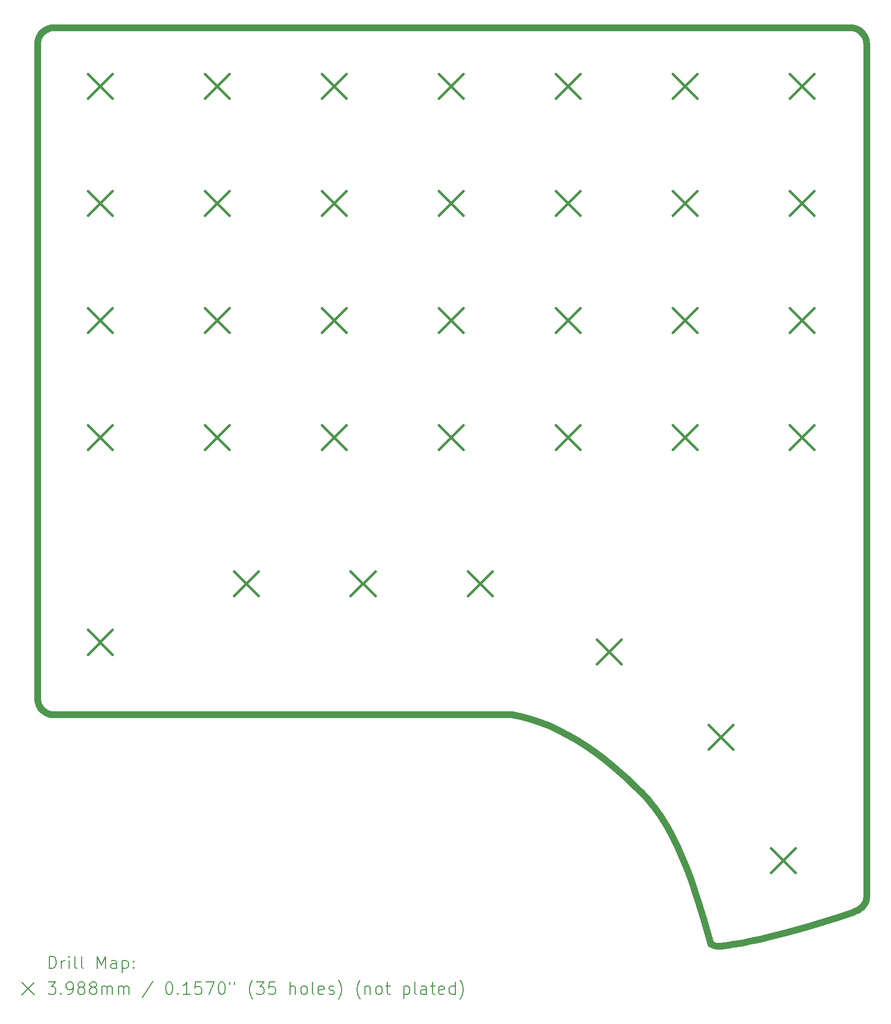
<source format=gbr>
%TF.GenerationSoftware,KiCad,Pcbnew,7.0.1*%
%TF.CreationDate,2023-04-06T15:28:31+10:00*%
%TF.ProjectId,genesys,67656e65-7379-4732-9e6b-696361645f70,rev?*%
%TF.SameCoordinates,Original*%
%TF.FileFunction,Drillmap*%
%TF.FilePolarity,Positive*%
%FSLAX45Y45*%
G04 Gerber Fmt 4.5, Leading zero omitted, Abs format (unit mm)*
G04 Created by KiCad (PCBNEW 7.0.1) date 2023-04-06 15:28:31*
%MOMM*%
%LPD*%
G01*
G04 APERTURE LIST*
%ADD10C,1.085540*%
%ADD11C,0.200000*%
%ADD12C,0.398780*%
G04 APERTURE END LIST*
D10*
X3187916Y-2146084D02*
X3187917Y-2146084D01*
X3174140Y-2146430D02*
X3187916Y-2146084D01*
X3160550Y-2147457D02*
X3174140Y-2146430D01*
X3147161Y-2149149D02*
X3160550Y-2147457D01*
X3133992Y-2151488D02*
X3147161Y-2149149D01*
X3121057Y-2154459D02*
X3133992Y-2151488D01*
X3108373Y-2158045D02*
X3121057Y-2154459D01*
X3095958Y-2162229D02*
X3108373Y-2158045D01*
X3083827Y-2166995D02*
X3095958Y-2162229D01*
X3071997Y-2172327D02*
X3083827Y-2166995D01*
X3060485Y-2178207D02*
X3071997Y-2172327D01*
X3049307Y-2184620D02*
X3060485Y-2178207D01*
X3038479Y-2191549D02*
X3049307Y-2184620D01*
X3028019Y-2198976D02*
X3038479Y-2191549D01*
X3017942Y-2206887D02*
X3028019Y-2198976D01*
X3008266Y-2215264D02*
X3017942Y-2206887D01*
X2999006Y-2224090D02*
X3008266Y-2215264D01*
X2990180Y-2233350D02*
X2999006Y-2224090D01*
X2981803Y-2243027D02*
X2990180Y-2233350D01*
X2973892Y-2253103D02*
X2981803Y-2243027D01*
X2966464Y-2263564D02*
X2973892Y-2253103D01*
X2959536Y-2274391D02*
X2966464Y-2263564D01*
X2953123Y-2285569D02*
X2959536Y-2274391D01*
X2947243Y-2297081D02*
X2953123Y-2285569D01*
X2941911Y-2308911D02*
X2947243Y-2297081D01*
X2937145Y-2321042D02*
X2941911Y-2308911D01*
X2932961Y-2333457D02*
X2937145Y-2321042D01*
X2929375Y-2346141D02*
X2932961Y-2333457D01*
X2926404Y-2359076D02*
X2929375Y-2346141D01*
X2924065Y-2372246D02*
X2926404Y-2359076D01*
X2922373Y-2385634D02*
X2924065Y-2372246D01*
X2921346Y-2399224D02*
X2922373Y-2385634D01*
X2921000Y-2413000D02*
X2921346Y-2399224D01*
X2921000Y-13060855D02*
X2921000Y-2413000D01*
X2921346Y-13074630D02*
X2921000Y-13060855D01*
X2922373Y-13088221D02*
X2921346Y-13074630D01*
X2924065Y-13101609D02*
X2922373Y-13088221D01*
X2926404Y-13114779D02*
X2924065Y-13101609D01*
X2929375Y-13127714D02*
X2926404Y-13114779D01*
X2932961Y-13140397D02*
X2929375Y-13127714D01*
X2937145Y-13152812D02*
X2932961Y-13140397D01*
X2941911Y-13164943D02*
X2937145Y-13152812D01*
X2947243Y-13176773D02*
X2941911Y-13164943D01*
X2953123Y-13188285D02*
X2947243Y-13176773D01*
X2959536Y-13199463D02*
X2953123Y-13188285D01*
X2966464Y-13210291D02*
X2959536Y-13199463D01*
X2973892Y-13220751D02*
X2966464Y-13210291D01*
X2981803Y-13230828D02*
X2973892Y-13220751D01*
X2990180Y-13240504D02*
X2981803Y-13230828D01*
X2999006Y-13249764D02*
X2990180Y-13240504D01*
X3008266Y-13258591D02*
X2999006Y-13249764D01*
X3017942Y-13266968D02*
X3008266Y-13258591D01*
X3028019Y-13274878D02*
X3017942Y-13266968D01*
X3038479Y-13282306D02*
X3028019Y-13274878D01*
X3049307Y-13289235D02*
X3038479Y-13282306D01*
X3060485Y-13295647D02*
X3049307Y-13289235D01*
X3071997Y-13301528D02*
X3060485Y-13295647D01*
X3083827Y-13306859D02*
X3071997Y-13301528D01*
X3095958Y-13311625D02*
X3083827Y-13306859D01*
X3108373Y-13315810D02*
X3095958Y-13311625D01*
X3121057Y-13319396D02*
X3108373Y-13315810D01*
X3133992Y-13322367D02*
X3121057Y-13319396D01*
X3147161Y-13324706D02*
X3133992Y-13322367D01*
X3160550Y-13326398D02*
X3147161Y-13324706D01*
X3174140Y-13327425D02*
X3160550Y-13326398D01*
X3187916Y-13327771D02*
X3174140Y-13327425D01*
X10644424Y-13327771D02*
X3187916Y-13327771D01*
X10722921Y-13341660D02*
X10644424Y-13327771D01*
X10801261Y-13358366D02*
X10722921Y-13341660D01*
X10957298Y-13399857D02*
X10801261Y-13358366D01*
X11112194Y-13451509D02*
X10957298Y-13399857D01*
X11265609Y-13512588D02*
X11112194Y-13451509D01*
X11417202Y-13582359D02*
X11265609Y-13512588D01*
X11566631Y-13660090D02*
X11417202Y-13582359D01*
X11713557Y-13745044D02*
X11566631Y-13660090D01*
X11857639Y-13836489D02*
X11713557Y-13745044D01*
X11998536Y-13933691D02*
X11857639Y-13836489D01*
X12135906Y-14035913D02*
X11998536Y-13933691D01*
X12269410Y-14142424D02*
X12135906Y-14035913D01*
X12398707Y-14252488D02*
X12269410Y-14142424D01*
X12523456Y-14365371D02*
X12398707Y-14252488D01*
X12643316Y-14480339D02*
X12523456Y-14365371D01*
X12757946Y-14596658D02*
X12643316Y-14480339D01*
X12867006Y-14713594D02*
X12757946Y-14596658D01*
X12921191Y-14776194D02*
X12867006Y-14713594D01*
X12973928Y-14842746D02*
X12921191Y-14776194D01*
X13075060Y-14986401D02*
X12973928Y-14842746D01*
X13170409Y-15141945D02*
X13075060Y-14986401D01*
X13259979Y-15306762D02*
X13170409Y-15141945D01*
X13343778Y-15478239D02*
X13259979Y-15306762D01*
X13421810Y-15653759D02*
X13343778Y-15478239D01*
X13494082Y-15830710D02*
X13421810Y-15653759D01*
X13560599Y-16006476D02*
X13494082Y-15830710D01*
X13676392Y-16343996D02*
X13560599Y-16006476D01*
X13769235Y-16645400D02*
X13676392Y-16343996D01*
X13886256Y-17056199D02*
X13769235Y-16645400D01*
X13896427Y-17062486D02*
X13886256Y-17056199D01*
X13906841Y-17068068D02*
X13896427Y-17062486D01*
X13917487Y-17072976D02*
X13906841Y-17068068D01*
X13928353Y-17077240D02*
X13917487Y-17072976D01*
X13939425Y-17080890D02*
X13928353Y-17077240D01*
X13950693Y-17083955D02*
X13939425Y-17080890D01*
X13973763Y-17088451D02*
X13950693Y-17083955D01*
X13997465Y-17090966D02*
X13973763Y-17088451D01*
X14021700Y-17091740D02*
X13997465Y-17090966D01*
X14046370Y-17091011D02*
X14021700Y-17091740D01*
X14071376Y-17089018D02*
X14046370Y-17091011D01*
X14096619Y-17085999D02*
X14071376Y-17089018D01*
X14122001Y-17082193D02*
X14096619Y-17085999D01*
X14172788Y-17073175D02*
X14122001Y-17082193D01*
X14222949Y-17063874D02*
X14172788Y-17073175D01*
X14247548Y-17059714D02*
X14222949Y-17063874D01*
X14271695Y-17056199D02*
X14247548Y-17059714D01*
X14398992Y-17036760D02*
X14271695Y-17056199D01*
X14537554Y-17010645D02*
X14398992Y-17036760D01*
X14684695Y-16978948D02*
X14537554Y-17010645D01*
X14837727Y-16942765D02*
X14684695Y-16978948D01*
X15150710Y-16861312D02*
X14837727Y-16942765D01*
X15455004Y-16775041D02*
X15150710Y-16861312D01*
X15729105Y-16692704D02*
X15455004Y-16775041D01*
X15951513Y-16623054D02*
X15729105Y-16692704D01*
X16155241Y-16556831D02*
X15951513Y-16623054D01*
X16181315Y-16547627D02*
X16155241Y-16556831D01*
X16206914Y-16537783D02*
X16181315Y-16547627D01*
X16231872Y-16527224D02*
X16206914Y-16537783D01*
X16256022Y-16515872D02*
X16231872Y-16527224D01*
X16279197Y-16503651D02*
X16256022Y-16515872D01*
X16301231Y-16490484D02*
X16279197Y-16503651D01*
X16321958Y-16476294D02*
X16301231Y-16490484D01*
X16331779Y-16468791D02*
X16321958Y-16476294D01*
X16341210Y-16461005D02*
X16331779Y-16468791D01*
X16350231Y-16452924D02*
X16341210Y-16461005D01*
X16358821Y-16444539D02*
X16350231Y-16452924D01*
X16366960Y-16435842D02*
X16358821Y-16444539D01*
X16374625Y-16426822D02*
X16366960Y-16435842D01*
X16381797Y-16417469D02*
X16374625Y-16426822D01*
X16388455Y-16407775D02*
X16381797Y-16417469D01*
X16394577Y-16397729D02*
X16388455Y-16407775D01*
X16400143Y-16387321D02*
X16394577Y-16397729D01*
X16405133Y-16376544D02*
X16400143Y-16387321D01*
X16409524Y-16365386D02*
X16405133Y-16376544D01*
X16413298Y-16353838D02*
X16409524Y-16365386D01*
X16416432Y-16341890D02*
X16413298Y-16353838D01*
X16418905Y-16329534D02*
X16416432Y-16341890D01*
X16420698Y-16316759D02*
X16418905Y-16329534D01*
X16421789Y-16303556D02*
X16420698Y-16316759D01*
X16422157Y-16289915D02*
X16421789Y-16303556D01*
X16422157Y-2413000D02*
X16422157Y-16289915D01*
X16421811Y-2399224D02*
X16422157Y-2413000D01*
X16420784Y-2385634D02*
X16421811Y-2399224D01*
X16419093Y-2372245D02*
X16420784Y-2385634D01*
X16416753Y-2359076D02*
X16419093Y-2372245D01*
X16413782Y-2346141D02*
X16416753Y-2359076D01*
X16410197Y-2333457D02*
X16413782Y-2346141D01*
X16406012Y-2321042D02*
X16410197Y-2333457D01*
X16401246Y-2308911D02*
X16406012Y-2321042D01*
X16395915Y-2297081D02*
X16401246Y-2308911D01*
X16390034Y-2285569D02*
X16395915Y-2297081D01*
X16383622Y-2274391D02*
X16390034Y-2285569D01*
X16376693Y-2263564D02*
X16383622Y-2274391D01*
X16369265Y-2253103D02*
X16376693Y-2263564D01*
X16361355Y-2243027D02*
X16369265Y-2253103D01*
X16352978Y-2233350D02*
X16361355Y-2243027D01*
X16344151Y-2224090D02*
X16352978Y-2233350D01*
X16334891Y-2215264D02*
X16344151Y-2224090D01*
X16325215Y-2206887D02*
X16334891Y-2215264D01*
X16315138Y-2198976D02*
X16325215Y-2206887D01*
X16304678Y-2191548D02*
X16315138Y-2198976D01*
X16293850Y-2184620D02*
X16304678Y-2191548D01*
X16282672Y-2178207D02*
X16293850Y-2184620D01*
X16271160Y-2172327D02*
X16282672Y-2178207D01*
X16259330Y-2166995D02*
X16271160Y-2172327D01*
X16247199Y-2162229D02*
X16259330Y-2166995D01*
X16234784Y-2158045D02*
X16247199Y-2162229D01*
X16222101Y-2154459D02*
X16234784Y-2158045D01*
X16209166Y-2151488D02*
X16222101Y-2154459D01*
X16195996Y-2149149D02*
X16209166Y-2151488D01*
X16182608Y-2147457D02*
X16195996Y-2149149D01*
X16169017Y-2146430D02*
X16182608Y-2147457D01*
X16155241Y-2146084D02*
X16169017Y-2146430D01*
X3187917Y-2146084D02*
X16155241Y-2146084D01*
D11*
D12*
X3742610Y-2899110D02*
X4141390Y-3297890D01*
X4141390Y-2899110D02*
X3742610Y-3297890D01*
X3742610Y-4804110D02*
X4141390Y-5202890D01*
X4141390Y-4804110D02*
X3742610Y-5202890D01*
X3742610Y-6709110D02*
X4141390Y-7107890D01*
X4141390Y-6709110D02*
X3742610Y-7107890D01*
X3742610Y-8614110D02*
X4141390Y-9012890D01*
X4141390Y-8614110D02*
X3742610Y-9012890D01*
X3742610Y-11947860D02*
X4141390Y-12346640D01*
X4141390Y-11947860D02*
X3742610Y-12346640D01*
X5647610Y-2899110D02*
X6046390Y-3297890D01*
X6046390Y-2899110D02*
X5647610Y-3297890D01*
X5647610Y-4804110D02*
X6046390Y-5202890D01*
X6046390Y-4804110D02*
X5647610Y-5202890D01*
X5647610Y-6709110D02*
X6046390Y-7107890D01*
X6046390Y-6709110D02*
X5647610Y-7107890D01*
X5647610Y-8614110D02*
X6046390Y-9012890D01*
X6046390Y-8614110D02*
X5647610Y-9012890D01*
X6123860Y-10995360D02*
X6522640Y-11394140D01*
X6522640Y-10995360D02*
X6123860Y-11394140D01*
X7552610Y-2899110D02*
X7951390Y-3297890D01*
X7951390Y-2899110D02*
X7552610Y-3297890D01*
X7552610Y-4804110D02*
X7951390Y-5202890D01*
X7951390Y-4804110D02*
X7552610Y-5202890D01*
X7552610Y-6709110D02*
X7951390Y-7107890D01*
X7951390Y-6709110D02*
X7552610Y-7107890D01*
X7552610Y-8614110D02*
X7951390Y-9012890D01*
X7951390Y-8614110D02*
X7552610Y-9012890D01*
X8021110Y-10995360D02*
X8419890Y-11394140D01*
X8419890Y-10995360D02*
X8021110Y-11394140D01*
X9457610Y-2899110D02*
X9856390Y-3297890D01*
X9856390Y-2899110D02*
X9457610Y-3297890D01*
X9457610Y-4804110D02*
X9856390Y-5202890D01*
X9856390Y-4804110D02*
X9457610Y-5202890D01*
X9457610Y-6709110D02*
X9856390Y-7107890D01*
X9856390Y-6709110D02*
X9457610Y-7107890D01*
X9457610Y-8614110D02*
X9856390Y-9012890D01*
X9856390Y-8614110D02*
X9457610Y-9012890D01*
X9933860Y-10995360D02*
X10332640Y-11394140D01*
X10332640Y-10995360D02*
X9933860Y-11394140D01*
X11362610Y-2899110D02*
X11761390Y-3297890D01*
X11761390Y-2899110D02*
X11362610Y-3297890D01*
X11362610Y-4804110D02*
X11761390Y-5202890D01*
X11761390Y-4804110D02*
X11362610Y-5202890D01*
X11362610Y-6709110D02*
X11761390Y-7107890D01*
X11761390Y-6709110D02*
X11362610Y-7107890D01*
X11362610Y-8614110D02*
X11761390Y-9012890D01*
X11761390Y-8614110D02*
X11362610Y-9012890D01*
X12027133Y-12106132D02*
X12425913Y-12504912D01*
X12425913Y-12106132D02*
X12027133Y-12504912D01*
X13267610Y-2899110D02*
X13666390Y-3297890D01*
X13666390Y-2899110D02*
X13267610Y-3297890D01*
X13267610Y-4804110D02*
X13666390Y-5202890D01*
X13666390Y-4804110D02*
X13267610Y-5202890D01*
X13267610Y-6709110D02*
X13666390Y-7107890D01*
X13666390Y-6709110D02*
X13267610Y-7107890D01*
X13267610Y-8614110D02*
X13666390Y-9012890D01*
X13666390Y-8614110D02*
X13267610Y-9012890D01*
X13847133Y-13489515D02*
X14245913Y-13888295D01*
X14245913Y-13489515D02*
X13847133Y-13888295D01*
X14867133Y-15496132D02*
X15265913Y-15894912D01*
X15265913Y-15496132D02*
X14867133Y-15894912D01*
X15172610Y-2899110D02*
X15571390Y-3297890D01*
X15571390Y-2899110D02*
X15172610Y-3297890D01*
X15172610Y-4804110D02*
X15571390Y-5202890D01*
X15571390Y-4804110D02*
X15172610Y-5202890D01*
X15172610Y-6709110D02*
X15571390Y-7107890D01*
X15571390Y-6709110D02*
X15172610Y-7107890D01*
X15172610Y-8614110D02*
X15571390Y-9012890D01*
X15571390Y-8614110D02*
X15172610Y-9012890D01*
D11*
X3114342Y-17458541D02*
X3114342Y-17258541D01*
X3114342Y-17258541D02*
X3161961Y-17258541D01*
X3161961Y-17258541D02*
X3190532Y-17268065D01*
X3190532Y-17268065D02*
X3209580Y-17287112D01*
X3209580Y-17287112D02*
X3219104Y-17306160D01*
X3219104Y-17306160D02*
X3228628Y-17344255D01*
X3228628Y-17344255D02*
X3228628Y-17372826D01*
X3228628Y-17372826D02*
X3219104Y-17410922D01*
X3219104Y-17410922D02*
X3209580Y-17429969D01*
X3209580Y-17429969D02*
X3190532Y-17449017D01*
X3190532Y-17449017D02*
X3161961Y-17458541D01*
X3161961Y-17458541D02*
X3114342Y-17458541D01*
X3314342Y-17458541D02*
X3314342Y-17325207D01*
X3314342Y-17363303D02*
X3323866Y-17344255D01*
X3323866Y-17344255D02*
X3333390Y-17334731D01*
X3333390Y-17334731D02*
X3352437Y-17325207D01*
X3352437Y-17325207D02*
X3371485Y-17325207D01*
X3438151Y-17458541D02*
X3438151Y-17325207D01*
X3438151Y-17258541D02*
X3428628Y-17268065D01*
X3428628Y-17268065D02*
X3438151Y-17277588D01*
X3438151Y-17277588D02*
X3447675Y-17268065D01*
X3447675Y-17268065D02*
X3438151Y-17258541D01*
X3438151Y-17258541D02*
X3438151Y-17277588D01*
X3561961Y-17458541D02*
X3542913Y-17449017D01*
X3542913Y-17449017D02*
X3533390Y-17429969D01*
X3533390Y-17429969D02*
X3533390Y-17258541D01*
X3666723Y-17458541D02*
X3647675Y-17449017D01*
X3647675Y-17449017D02*
X3638151Y-17429969D01*
X3638151Y-17429969D02*
X3638151Y-17258541D01*
X3895294Y-17458541D02*
X3895294Y-17258541D01*
X3895294Y-17258541D02*
X3961961Y-17401398D01*
X3961961Y-17401398D02*
X4028628Y-17258541D01*
X4028628Y-17258541D02*
X4028628Y-17458541D01*
X4209580Y-17458541D02*
X4209580Y-17353779D01*
X4209580Y-17353779D02*
X4200056Y-17334731D01*
X4200056Y-17334731D02*
X4181009Y-17325207D01*
X4181009Y-17325207D02*
X4142913Y-17325207D01*
X4142913Y-17325207D02*
X4123866Y-17334731D01*
X4209580Y-17449017D02*
X4190532Y-17458541D01*
X4190532Y-17458541D02*
X4142913Y-17458541D01*
X4142913Y-17458541D02*
X4123866Y-17449017D01*
X4123866Y-17449017D02*
X4114342Y-17429969D01*
X4114342Y-17429969D02*
X4114342Y-17410922D01*
X4114342Y-17410922D02*
X4123866Y-17391874D01*
X4123866Y-17391874D02*
X4142913Y-17382350D01*
X4142913Y-17382350D02*
X4190532Y-17382350D01*
X4190532Y-17382350D02*
X4209580Y-17372826D01*
X4304818Y-17325207D02*
X4304818Y-17525207D01*
X4304818Y-17334731D02*
X4323866Y-17325207D01*
X4323866Y-17325207D02*
X4361961Y-17325207D01*
X4361961Y-17325207D02*
X4381009Y-17334731D01*
X4381009Y-17334731D02*
X4390533Y-17344255D01*
X4390533Y-17344255D02*
X4400056Y-17363303D01*
X4400056Y-17363303D02*
X4400056Y-17420445D01*
X4400056Y-17420445D02*
X4390533Y-17439493D01*
X4390533Y-17439493D02*
X4381009Y-17449017D01*
X4381009Y-17449017D02*
X4361961Y-17458541D01*
X4361961Y-17458541D02*
X4323866Y-17458541D01*
X4323866Y-17458541D02*
X4304818Y-17449017D01*
X4485771Y-17439493D02*
X4495294Y-17449017D01*
X4495294Y-17449017D02*
X4485771Y-17458541D01*
X4485771Y-17458541D02*
X4476247Y-17449017D01*
X4476247Y-17449017D02*
X4485771Y-17439493D01*
X4485771Y-17439493D02*
X4485771Y-17458541D01*
X4485771Y-17334731D02*
X4495294Y-17344255D01*
X4495294Y-17344255D02*
X4485771Y-17353779D01*
X4485771Y-17353779D02*
X4476247Y-17344255D01*
X4476247Y-17344255D02*
X4485771Y-17334731D01*
X4485771Y-17334731D02*
X4485771Y-17353779D01*
X2666723Y-17686017D02*
X2866723Y-17886017D01*
X2866723Y-17686017D02*
X2666723Y-17886017D01*
X3095294Y-17678541D02*
X3219104Y-17678541D01*
X3219104Y-17678541D02*
X3152437Y-17754731D01*
X3152437Y-17754731D02*
X3181009Y-17754731D01*
X3181009Y-17754731D02*
X3200056Y-17764255D01*
X3200056Y-17764255D02*
X3209580Y-17773779D01*
X3209580Y-17773779D02*
X3219104Y-17792826D01*
X3219104Y-17792826D02*
X3219104Y-17840445D01*
X3219104Y-17840445D02*
X3209580Y-17859493D01*
X3209580Y-17859493D02*
X3200056Y-17869017D01*
X3200056Y-17869017D02*
X3181009Y-17878541D01*
X3181009Y-17878541D02*
X3123866Y-17878541D01*
X3123866Y-17878541D02*
X3104818Y-17869017D01*
X3104818Y-17869017D02*
X3095294Y-17859493D01*
X3304818Y-17859493D02*
X3314342Y-17869017D01*
X3314342Y-17869017D02*
X3304818Y-17878541D01*
X3304818Y-17878541D02*
X3295294Y-17869017D01*
X3295294Y-17869017D02*
X3304818Y-17859493D01*
X3304818Y-17859493D02*
X3304818Y-17878541D01*
X3409580Y-17878541D02*
X3447675Y-17878541D01*
X3447675Y-17878541D02*
X3466723Y-17869017D01*
X3466723Y-17869017D02*
X3476247Y-17859493D01*
X3476247Y-17859493D02*
X3495294Y-17830922D01*
X3495294Y-17830922D02*
X3504818Y-17792826D01*
X3504818Y-17792826D02*
X3504818Y-17716636D01*
X3504818Y-17716636D02*
X3495294Y-17697588D01*
X3495294Y-17697588D02*
X3485771Y-17688065D01*
X3485771Y-17688065D02*
X3466723Y-17678541D01*
X3466723Y-17678541D02*
X3428628Y-17678541D01*
X3428628Y-17678541D02*
X3409580Y-17688065D01*
X3409580Y-17688065D02*
X3400056Y-17697588D01*
X3400056Y-17697588D02*
X3390532Y-17716636D01*
X3390532Y-17716636D02*
X3390532Y-17764255D01*
X3390532Y-17764255D02*
X3400056Y-17783303D01*
X3400056Y-17783303D02*
X3409580Y-17792826D01*
X3409580Y-17792826D02*
X3428628Y-17802350D01*
X3428628Y-17802350D02*
X3466723Y-17802350D01*
X3466723Y-17802350D02*
X3485771Y-17792826D01*
X3485771Y-17792826D02*
X3495294Y-17783303D01*
X3495294Y-17783303D02*
X3504818Y-17764255D01*
X3619104Y-17764255D02*
X3600056Y-17754731D01*
X3600056Y-17754731D02*
X3590532Y-17745207D01*
X3590532Y-17745207D02*
X3581009Y-17726160D01*
X3581009Y-17726160D02*
X3581009Y-17716636D01*
X3581009Y-17716636D02*
X3590532Y-17697588D01*
X3590532Y-17697588D02*
X3600056Y-17688065D01*
X3600056Y-17688065D02*
X3619104Y-17678541D01*
X3619104Y-17678541D02*
X3657199Y-17678541D01*
X3657199Y-17678541D02*
X3676247Y-17688065D01*
X3676247Y-17688065D02*
X3685771Y-17697588D01*
X3685771Y-17697588D02*
X3695294Y-17716636D01*
X3695294Y-17716636D02*
X3695294Y-17726160D01*
X3695294Y-17726160D02*
X3685771Y-17745207D01*
X3685771Y-17745207D02*
X3676247Y-17754731D01*
X3676247Y-17754731D02*
X3657199Y-17764255D01*
X3657199Y-17764255D02*
X3619104Y-17764255D01*
X3619104Y-17764255D02*
X3600056Y-17773779D01*
X3600056Y-17773779D02*
X3590532Y-17783303D01*
X3590532Y-17783303D02*
X3581009Y-17802350D01*
X3581009Y-17802350D02*
X3581009Y-17840445D01*
X3581009Y-17840445D02*
X3590532Y-17859493D01*
X3590532Y-17859493D02*
X3600056Y-17869017D01*
X3600056Y-17869017D02*
X3619104Y-17878541D01*
X3619104Y-17878541D02*
X3657199Y-17878541D01*
X3657199Y-17878541D02*
X3676247Y-17869017D01*
X3676247Y-17869017D02*
X3685771Y-17859493D01*
X3685771Y-17859493D02*
X3695294Y-17840445D01*
X3695294Y-17840445D02*
X3695294Y-17802350D01*
X3695294Y-17802350D02*
X3685771Y-17783303D01*
X3685771Y-17783303D02*
X3676247Y-17773779D01*
X3676247Y-17773779D02*
X3657199Y-17764255D01*
X3809580Y-17764255D02*
X3790532Y-17754731D01*
X3790532Y-17754731D02*
X3781009Y-17745207D01*
X3781009Y-17745207D02*
X3771485Y-17726160D01*
X3771485Y-17726160D02*
X3771485Y-17716636D01*
X3771485Y-17716636D02*
X3781009Y-17697588D01*
X3781009Y-17697588D02*
X3790532Y-17688065D01*
X3790532Y-17688065D02*
X3809580Y-17678541D01*
X3809580Y-17678541D02*
X3847675Y-17678541D01*
X3847675Y-17678541D02*
X3866723Y-17688065D01*
X3866723Y-17688065D02*
X3876247Y-17697588D01*
X3876247Y-17697588D02*
X3885771Y-17716636D01*
X3885771Y-17716636D02*
X3885771Y-17726160D01*
X3885771Y-17726160D02*
X3876247Y-17745207D01*
X3876247Y-17745207D02*
X3866723Y-17754731D01*
X3866723Y-17754731D02*
X3847675Y-17764255D01*
X3847675Y-17764255D02*
X3809580Y-17764255D01*
X3809580Y-17764255D02*
X3790532Y-17773779D01*
X3790532Y-17773779D02*
X3781009Y-17783303D01*
X3781009Y-17783303D02*
X3771485Y-17802350D01*
X3771485Y-17802350D02*
X3771485Y-17840445D01*
X3771485Y-17840445D02*
X3781009Y-17859493D01*
X3781009Y-17859493D02*
X3790532Y-17869017D01*
X3790532Y-17869017D02*
X3809580Y-17878541D01*
X3809580Y-17878541D02*
X3847675Y-17878541D01*
X3847675Y-17878541D02*
X3866723Y-17869017D01*
X3866723Y-17869017D02*
X3876247Y-17859493D01*
X3876247Y-17859493D02*
X3885771Y-17840445D01*
X3885771Y-17840445D02*
X3885771Y-17802350D01*
X3885771Y-17802350D02*
X3876247Y-17783303D01*
X3876247Y-17783303D02*
X3866723Y-17773779D01*
X3866723Y-17773779D02*
X3847675Y-17764255D01*
X3971485Y-17878541D02*
X3971485Y-17745207D01*
X3971485Y-17764255D02*
X3981009Y-17754731D01*
X3981009Y-17754731D02*
X4000056Y-17745207D01*
X4000056Y-17745207D02*
X4028628Y-17745207D01*
X4028628Y-17745207D02*
X4047675Y-17754731D01*
X4047675Y-17754731D02*
X4057199Y-17773779D01*
X4057199Y-17773779D02*
X4057199Y-17878541D01*
X4057199Y-17773779D02*
X4066723Y-17754731D01*
X4066723Y-17754731D02*
X4085771Y-17745207D01*
X4085771Y-17745207D02*
X4114342Y-17745207D01*
X4114342Y-17745207D02*
X4133390Y-17754731D01*
X4133390Y-17754731D02*
X4142913Y-17773779D01*
X4142913Y-17773779D02*
X4142913Y-17878541D01*
X4238152Y-17878541D02*
X4238152Y-17745207D01*
X4238152Y-17764255D02*
X4247675Y-17754731D01*
X4247675Y-17754731D02*
X4266723Y-17745207D01*
X4266723Y-17745207D02*
X4295295Y-17745207D01*
X4295295Y-17745207D02*
X4314342Y-17754731D01*
X4314342Y-17754731D02*
X4323866Y-17773779D01*
X4323866Y-17773779D02*
X4323866Y-17878541D01*
X4323866Y-17773779D02*
X4333390Y-17754731D01*
X4333390Y-17754731D02*
X4352437Y-17745207D01*
X4352437Y-17745207D02*
X4381009Y-17745207D01*
X4381009Y-17745207D02*
X4400056Y-17754731D01*
X4400056Y-17754731D02*
X4409580Y-17773779D01*
X4409580Y-17773779D02*
X4409580Y-17878541D01*
X4800056Y-17669017D02*
X4628628Y-17926160D01*
X5057199Y-17678541D02*
X5076247Y-17678541D01*
X5076247Y-17678541D02*
X5095295Y-17688065D01*
X5095295Y-17688065D02*
X5104818Y-17697588D01*
X5104818Y-17697588D02*
X5114342Y-17716636D01*
X5114342Y-17716636D02*
X5123866Y-17754731D01*
X5123866Y-17754731D02*
X5123866Y-17802350D01*
X5123866Y-17802350D02*
X5114342Y-17840445D01*
X5114342Y-17840445D02*
X5104818Y-17859493D01*
X5104818Y-17859493D02*
X5095295Y-17869017D01*
X5095295Y-17869017D02*
X5076247Y-17878541D01*
X5076247Y-17878541D02*
X5057199Y-17878541D01*
X5057199Y-17878541D02*
X5038152Y-17869017D01*
X5038152Y-17869017D02*
X5028628Y-17859493D01*
X5028628Y-17859493D02*
X5019104Y-17840445D01*
X5019104Y-17840445D02*
X5009580Y-17802350D01*
X5009580Y-17802350D02*
X5009580Y-17754731D01*
X5009580Y-17754731D02*
X5019104Y-17716636D01*
X5019104Y-17716636D02*
X5028628Y-17697588D01*
X5028628Y-17697588D02*
X5038152Y-17688065D01*
X5038152Y-17688065D02*
X5057199Y-17678541D01*
X5209580Y-17859493D02*
X5219104Y-17869017D01*
X5219104Y-17869017D02*
X5209580Y-17878541D01*
X5209580Y-17878541D02*
X5200057Y-17869017D01*
X5200057Y-17869017D02*
X5209580Y-17859493D01*
X5209580Y-17859493D02*
X5209580Y-17878541D01*
X5409580Y-17878541D02*
X5295295Y-17878541D01*
X5352437Y-17878541D02*
X5352437Y-17678541D01*
X5352437Y-17678541D02*
X5333390Y-17707112D01*
X5333390Y-17707112D02*
X5314342Y-17726160D01*
X5314342Y-17726160D02*
X5295295Y-17735684D01*
X5590533Y-17678541D02*
X5495295Y-17678541D01*
X5495295Y-17678541D02*
X5485771Y-17773779D01*
X5485771Y-17773779D02*
X5495295Y-17764255D01*
X5495295Y-17764255D02*
X5514342Y-17754731D01*
X5514342Y-17754731D02*
X5561961Y-17754731D01*
X5561961Y-17754731D02*
X5581009Y-17764255D01*
X5581009Y-17764255D02*
X5590533Y-17773779D01*
X5590533Y-17773779D02*
X5600056Y-17792826D01*
X5600056Y-17792826D02*
X5600056Y-17840445D01*
X5600056Y-17840445D02*
X5590533Y-17859493D01*
X5590533Y-17859493D02*
X5581009Y-17869017D01*
X5581009Y-17869017D02*
X5561961Y-17878541D01*
X5561961Y-17878541D02*
X5514342Y-17878541D01*
X5514342Y-17878541D02*
X5495295Y-17869017D01*
X5495295Y-17869017D02*
X5485771Y-17859493D01*
X5666723Y-17678541D02*
X5800056Y-17678541D01*
X5800056Y-17678541D02*
X5714342Y-17878541D01*
X5914342Y-17678541D02*
X5933390Y-17678541D01*
X5933390Y-17678541D02*
X5952437Y-17688065D01*
X5952437Y-17688065D02*
X5961961Y-17697588D01*
X5961961Y-17697588D02*
X5971485Y-17716636D01*
X5971485Y-17716636D02*
X5981009Y-17754731D01*
X5981009Y-17754731D02*
X5981009Y-17802350D01*
X5981009Y-17802350D02*
X5971485Y-17840445D01*
X5971485Y-17840445D02*
X5961961Y-17859493D01*
X5961961Y-17859493D02*
X5952437Y-17869017D01*
X5952437Y-17869017D02*
X5933390Y-17878541D01*
X5933390Y-17878541D02*
X5914342Y-17878541D01*
X5914342Y-17878541D02*
X5895295Y-17869017D01*
X5895295Y-17869017D02*
X5885771Y-17859493D01*
X5885771Y-17859493D02*
X5876247Y-17840445D01*
X5876247Y-17840445D02*
X5866723Y-17802350D01*
X5866723Y-17802350D02*
X5866723Y-17754731D01*
X5866723Y-17754731D02*
X5876247Y-17716636D01*
X5876247Y-17716636D02*
X5885771Y-17697588D01*
X5885771Y-17697588D02*
X5895295Y-17688065D01*
X5895295Y-17688065D02*
X5914342Y-17678541D01*
X6057199Y-17678541D02*
X6057199Y-17716636D01*
X6133390Y-17678541D02*
X6133390Y-17716636D01*
X6428628Y-17954731D02*
X6419104Y-17945207D01*
X6419104Y-17945207D02*
X6400057Y-17916636D01*
X6400057Y-17916636D02*
X6390533Y-17897588D01*
X6390533Y-17897588D02*
X6381009Y-17869017D01*
X6381009Y-17869017D02*
X6371485Y-17821398D01*
X6371485Y-17821398D02*
X6371485Y-17783303D01*
X6371485Y-17783303D02*
X6381009Y-17735684D01*
X6381009Y-17735684D02*
X6390533Y-17707112D01*
X6390533Y-17707112D02*
X6400057Y-17688065D01*
X6400057Y-17688065D02*
X6419104Y-17659493D01*
X6419104Y-17659493D02*
X6428628Y-17649969D01*
X6485771Y-17678541D02*
X6609580Y-17678541D01*
X6609580Y-17678541D02*
X6542914Y-17754731D01*
X6542914Y-17754731D02*
X6571485Y-17754731D01*
X6571485Y-17754731D02*
X6590533Y-17764255D01*
X6590533Y-17764255D02*
X6600057Y-17773779D01*
X6600057Y-17773779D02*
X6609580Y-17792826D01*
X6609580Y-17792826D02*
X6609580Y-17840445D01*
X6609580Y-17840445D02*
X6600057Y-17859493D01*
X6600057Y-17859493D02*
X6590533Y-17869017D01*
X6590533Y-17869017D02*
X6571485Y-17878541D01*
X6571485Y-17878541D02*
X6514342Y-17878541D01*
X6514342Y-17878541D02*
X6495295Y-17869017D01*
X6495295Y-17869017D02*
X6485771Y-17859493D01*
X6790533Y-17678541D02*
X6695295Y-17678541D01*
X6695295Y-17678541D02*
X6685771Y-17773779D01*
X6685771Y-17773779D02*
X6695295Y-17764255D01*
X6695295Y-17764255D02*
X6714342Y-17754731D01*
X6714342Y-17754731D02*
X6761961Y-17754731D01*
X6761961Y-17754731D02*
X6781009Y-17764255D01*
X6781009Y-17764255D02*
X6790533Y-17773779D01*
X6790533Y-17773779D02*
X6800057Y-17792826D01*
X6800057Y-17792826D02*
X6800057Y-17840445D01*
X6800057Y-17840445D02*
X6790533Y-17859493D01*
X6790533Y-17859493D02*
X6781009Y-17869017D01*
X6781009Y-17869017D02*
X6761961Y-17878541D01*
X6761961Y-17878541D02*
X6714342Y-17878541D01*
X6714342Y-17878541D02*
X6695295Y-17869017D01*
X6695295Y-17869017D02*
X6685771Y-17859493D01*
X7038152Y-17878541D02*
X7038152Y-17678541D01*
X7123866Y-17878541D02*
X7123866Y-17773779D01*
X7123866Y-17773779D02*
X7114342Y-17754731D01*
X7114342Y-17754731D02*
X7095295Y-17745207D01*
X7095295Y-17745207D02*
X7066723Y-17745207D01*
X7066723Y-17745207D02*
X7047676Y-17754731D01*
X7047676Y-17754731D02*
X7038152Y-17764255D01*
X7247676Y-17878541D02*
X7228628Y-17869017D01*
X7228628Y-17869017D02*
X7219104Y-17859493D01*
X7219104Y-17859493D02*
X7209580Y-17840445D01*
X7209580Y-17840445D02*
X7209580Y-17783303D01*
X7209580Y-17783303D02*
X7219104Y-17764255D01*
X7219104Y-17764255D02*
X7228628Y-17754731D01*
X7228628Y-17754731D02*
X7247676Y-17745207D01*
X7247676Y-17745207D02*
X7276247Y-17745207D01*
X7276247Y-17745207D02*
X7295295Y-17754731D01*
X7295295Y-17754731D02*
X7304819Y-17764255D01*
X7304819Y-17764255D02*
X7314342Y-17783303D01*
X7314342Y-17783303D02*
X7314342Y-17840445D01*
X7314342Y-17840445D02*
X7304819Y-17859493D01*
X7304819Y-17859493D02*
X7295295Y-17869017D01*
X7295295Y-17869017D02*
X7276247Y-17878541D01*
X7276247Y-17878541D02*
X7247676Y-17878541D01*
X7428628Y-17878541D02*
X7409580Y-17869017D01*
X7409580Y-17869017D02*
X7400057Y-17849969D01*
X7400057Y-17849969D02*
X7400057Y-17678541D01*
X7581009Y-17869017D02*
X7561961Y-17878541D01*
X7561961Y-17878541D02*
X7523866Y-17878541D01*
X7523866Y-17878541D02*
X7504819Y-17869017D01*
X7504819Y-17869017D02*
X7495295Y-17849969D01*
X7495295Y-17849969D02*
X7495295Y-17773779D01*
X7495295Y-17773779D02*
X7504819Y-17754731D01*
X7504819Y-17754731D02*
X7523866Y-17745207D01*
X7523866Y-17745207D02*
X7561961Y-17745207D01*
X7561961Y-17745207D02*
X7581009Y-17754731D01*
X7581009Y-17754731D02*
X7590533Y-17773779D01*
X7590533Y-17773779D02*
X7590533Y-17792826D01*
X7590533Y-17792826D02*
X7495295Y-17811874D01*
X7666723Y-17869017D02*
X7685771Y-17878541D01*
X7685771Y-17878541D02*
X7723866Y-17878541D01*
X7723866Y-17878541D02*
X7742914Y-17869017D01*
X7742914Y-17869017D02*
X7752438Y-17849969D01*
X7752438Y-17849969D02*
X7752438Y-17840445D01*
X7752438Y-17840445D02*
X7742914Y-17821398D01*
X7742914Y-17821398D02*
X7723866Y-17811874D01*
X7723866Y-17811874D02*
X7695295Y-17811874D01*
X7695295Y-17811874D02*
X7676247Y-17802350D01*
X7676247Y-17802350D02*
X7666723Y-17783303D01*
X7666723Y-17783303D02*
X7666723Y-17773779D01*
X7666723Y-17773779D02*
X7676247Y-17754731D01*
X7676247Y-17754731D02*
X7695295Y-17745207D01*
X7695295Y-17745207D02*
X7723866Y-17745207D01*
X7723866Y-17745207D02*
X7742914Y-17754731D01*
X7819104Y-17954731D02*
X7828628Y-17945207D01*
X7828628Y-17945207D02*
X7847676Y-17916636D01*
X7847676Y-17916636D02*
X7857200Y-17897588D01*
X7857200Y-17897588D02*
X7866723Y-17869017D01*
X7866723Y-17869017D02*
X7876247Y-17821398D01*
X7876247Y-17821398D02*
X7876247Y-17783303D01*
X7876247Y-17783303D02*
X7866723Y-17735684D01*
X7866723Y-17735684D02*
X7857200Y-17707112D01*
X7857200Y-17707112D02*
X7847676Y-17688065D01*
X7847676Y-17688065D02*
X7828628Y-17659493D01*
X7828628Y-17659493D02*
X7819104Y-17649969D01*
X8181009Y-17954731D02*
X8171485Y-17945207D01*
X8171485Y-17945207D02*
X8152438Y-17916636D01*
X8152438Y-17916636D02*
X8142914Y-17897588D01*
X8142914Y-17897588D02*
X8133390Y-17869017D01*
X8133390Y-17869017D02*
X8123866Y-17821398D01*
X8123866Y-17821398D02*
X8123866Y-17783303D01*
X8123866Y-17783303D02*
X8133390Y-17735684D01*
X8133390Y-17735684D02*
X8142914Y-17707112D01*
X8142914Y-17707112D02*
X8152438Y-17688065D01*
X8152438Y-17688065D02*
X8171485Y-17659493D01*
X8171485Y-17659493D02*
X8181009Y-17649969D01*
X8257200Y-17745207D02*
X8257200Y-17878541D01*
X8257200Y-17764255D02*
X8266723Y-17754731D01*
X8266723Y-17754731D02*
X8285771Y-17745207D01*
X8285771Y-17745207D02*
X8314342Y-17745207D01*
X8314342Y-17745207D02*
X8333390Y-17754731D01*
X8333390Y-17754731D02*
X8342914Y-17773779D01*
X8342914Y-17773779D02*
X8342914Y-17878541D01*
X8466723Y-17878541D02*
X8447676Y-17869017D01*
X8447676Y-17869017D02*
X8438152Y-17859493D01*
X8438152Y-17859493D02*
X8428628Y-17840445D01*
X8428628Y-17840445D02*
X8428628Y-17783303D01*
X8428628Y-17783303D02*
X8438152Y-17764255D01*
X8438152Y-17764255D02*
X8447676Y-17754731D01*
X8447676Y-17754731D02*
X8466723Y-17745207D01*
X8466723Y-17745207D02*
X8495295Y-17745207D01*
X8495295Y-17745207D02*
X8514343Y-17754731D01*
X8514343Y-17754731D02*
X8523866Y-17764255D01*
X8523866Y-17764255D02*
X8533390Y-17783303D01*
X8533390Y-17783303D02*
X8533390Y-17840445D01*
X8533390Y-17840445D02*
X8523866Y-17859493D01*
X8523866Y-17859493D02*
X8514343Y-17869017D01*
X8514343Y-17869017D02*
X8495295Y-17878541D01*
X8495295Y-17878541D02*
X8466723Y-17878541D01*
X8590533Y-17745207D02*
X8666723Y-17745207D01*
X8619104Y-17678541D02*
X8619104Y-17849969D01*
X8619104Y-17849969D02*
X8628628Y-17869017D01*
X8628628Y-17869017D02*
X8647676Y-17878541D01*
X8647676Y-17878541D02*
X8666723Y-17878541D01*
X8885771Y-17745207D02*
X8885771Y-17945207D01*
X8885771Y-17754731D02*
X8904819Y-17745207D01*
X8904819Y-17745207D02*
X8942914Y-17745207D01*
X8942914Y-17745207D02*
X8961962Y-17754731D01*
X8961962Y-17754731D02*
X8971485Y-17764255D01*
X8971485Y-17764255D02*
X8981009Y-17783303D01*
X8981009Y-17783303D02*
X8981009Y-17840445D01*
X8981009Y-17840445D02*
X8971485Y-17859493D01*
X8971485Y-17859493D02*
X8961962Y-17869017D01*
X8961962Y-17869017D02*
X8942914Y-17878541D01*
X8942914Y-17878541D02*
X8904819Y-17878541D01*
X8904819Y-17878541D02*
X8885771Y-17869017D01*
X9095295Y-17878541D02*
X9076247Y-17869017D01*
X9076247Y-17869017D02*
X9066724Y-17849969D01*
X9066724Y-17849969D02*
X9066724Y-17678541D01*
X9257200Y-17878541D02*
X9257200Y-17773779D01*
X9257200Y-17773779D02*
X9247676Y-17754731D01*
X9247676Y-17754731D02*
X9228628Y-17745207D01*
X9228628Y-17745207D02*
X9190533Y-17745207D01*
X9190533Y-17745207D02*
X9171485Y-17754731D01*
X9257200Y-17869017D02*
X9238152Y-17878541D01*
X9238152Y-17878541D02*
X9190533Y-17878541D01*
X9190533Y-17878541D02*
X9171485Y-17869017D01*
X9171485Y-17869017D02*
X9161962Y-17849969D01*
X9161962Y-17849969D02*
X9161962Y-17830922D01*
X9161962Y-17830922D02*
X9171485Y-17811874D01*
X9171485Y-17811874D02*
X9190533Y-17802350D01*
X9190533Y-17802350D02*
X9238152Y-17802350D01*
X9238152Y-17802350D02*
X9257200Y-17792826D01*
X9323866Y-17745207D02*
X9400057Y-17745207D01*
X9352438Y-17678541D02*
X9352438Y-17849969D01*
X9352438Y-17849969D02*
X9361962Y-17869017D01*
X9361962Y-17869017D02*
X9381009Y-17878541D01*
X9381009Y-17878541D02*
X9400057Y-17878541D01*
X9542914Y-17869017D02*
X9523866Y-17878541D01*
X9523866Y-17878541D02*
X9485771Y-17878541D01*
X9485771Y-17878541D02*
X9466724Y-17869017D01*
X9466724Y-17869017D02*
X9457200Y-17849969D01*
X9457200Y-17849969D02*
X9457200Y-17773779D01*
X9457200Y-17773779D02*
X9466724Y-17754731D01*
X9466724Y-17754731D02*
X9485771Y-17745207D01*
X9485771Y-17745207D02*
X9523866Y-17745207D01*
X9523866Y-17745207D02*
X9542914Y-17754731D01*
X9542914Y-17754731D02*
X9552438Y-17773779D01*
X9552438Y-17773779D02*
X9552438Y-17792826D01*
X9552438Y-17792826D02*
X9457200Y-17811874D01*
X9723866Y-17878541D02*
X9723866Y-17678541D01*
X9723866Y-17869017D02*
X9704819Y-17878541D01*
X9704819Y-17878541D02*
X9666724Y-17878541D01*
X9666724Y-17878541D02*
X9647676Y-17869017D01*
X9647676Y-17869017D02*
X9638152Y-17859493D01*
X9638152Y-17859493D02*
X9628628Y-17840445D01*
X9628628Y-17840445D02*
X9628628Y-17783303D01*
X9628628Y-17783303D02*
X9638152Y-17764255D01*
X9638152Y-17764255D02*
X9647676Y-17754731D01*
X9647676Y-17754731D02*
X9666724Y-17745207D01*
X9666724Y-17745207D02*
X9704819Y-17745207D01*
X9704819Y-17745207D02*
X9723866Y-17754731D01*
X9800057Y-17954731D02*
X9809581Y-17945207D01*
X9809581Y-17945207D02*
X9828628Y-17916636D01*
X9828628Y-17916636D02*
X9838152Y-17897588D01*
X9838152Y-17897588D02*
X9847676Y-17869017D01*
X9847676Y-17869017D02*
X9857200Y-17821398D01*
X9857200Y-17821398D02*
X9857200Y-17783303D01*
X9857200Y-17783303D02*
X9847676Y-17735684D01*
X9847676Y-17735684D02*
X9838152Y-17707112D01*
X9838152Y-17707112D02*
X9828628Y-17688065D01*
X9828628Y-17688065D02*
X9809581Y-17659493D01*
X9809581Y-17659493D02*
X9800057Y-17649969D01*
M02*

</source>
